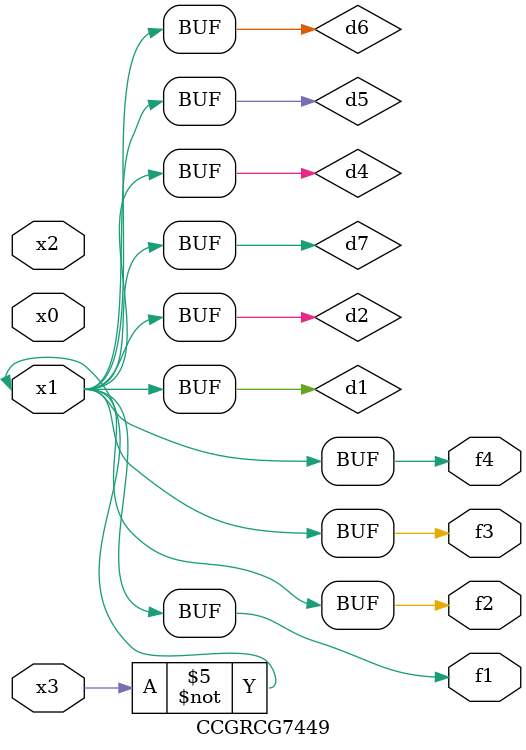
<source format=v>
module CCGRCG7449(
	input x0, x1, x2, x3,
	output f1, f2, f3, f4
);

	wire d1, d2, d3, d4, d5, d6, d7;

	not (d1, x3);
	buf (d2, x1);
	xnor (d3, d1, d2);
	nor (d4, d1);
	buf (d5, d1, d2);
	buf (d6, d4, d5);
	nand (d7, d4);
	assign f1 = d6;
	assign f2 = d7;
	assign f3 = d6;
	assign f4 = d6;
endmodule

</source>
